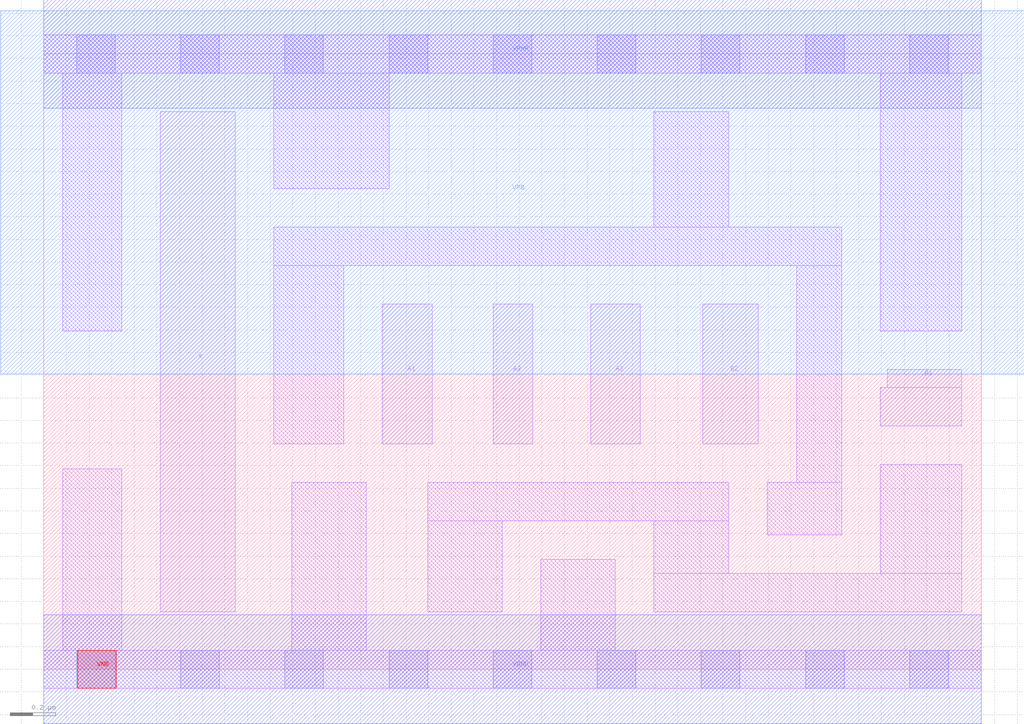
<source format=lef>
# Copyright 2020 The SkyWater PDK Authors
#
# Licensed under the Apache License, Version 2.0 (the "License");
# you may not use this file except in compliance with the License.
# You may obtain a copy of the License at
#
#     https://www.apache.org/licenses/LICENSE-2.0
#
# Unless required by applicable law or agreed to in writing, software
# distributed under the License is distributed on an "AS IS" BASIS,
# WITHOUT WARRANTIES OR CONDITIONS OF ANY KIND, either express or implied.
# See the License for the specific language governing permissions and
# limitations under the License.
#
# SPDX-License-Identifier: Apache-2.0

VERSION 5.7 ;
  NOWIREEXTENSIONATPIN ON ;
  DIVIDERCHAR "/" ;
  BUSBITCHARS "[]" ;
MACRO sky130_fd_sc_hd__o32a_2
  CLASS CORE ;
  FOREIGN sky130_fd_sc_hd__o32a_2 ;
  ORIGIN  0.000000  0.000000 ;
  SIZE  4.140000 BY  2.720000 ;
  SYMMETRY X Y R90 ;
  SITE unithd ;
  PIN A1
    ANTENNAGATEAREA  0.247500 ;
    DIRECTION INPUT ;
    USE SIGNAL ;
    PORT
      LAYER li1 ;
        RECT 1.495000 0.995000 1.715000 1.615000 ;
    END
  END A1
  PIN A2
    ANTENNAGATEAREA  0.247500 ;
    DIRECTION INPUT ;
    USE SIGNAL ;
    PORT
      LAYER li1 ;
        RECT 1.985000 0.995000 2.160000 1.615000 ;
    END
  END A2
  PIN A3
    ANTENNAGATEAREA  0.247500 ;
    DIRECTION INPUT ;
    USE SIGNAL ;
    PORT
      LAYER li1 ;
        RECT 2.415000 0.995000 2.635000 1.615000 ;
    END
  END A3
  PIN B1
    ANTENNAGATEAREA  0.247500 ;
    DIRECTION INPUT ;
    USE SIGNAL ;
    PORT
      LAYER li1 ;
        RECT 3.695000 1.075000 4.055000 1.245000 ;
        RECT 3.725000 1.245000 4.055000 1.325000 ;
    END
  END B1
  PIN B2
    ANTENNAGATEAREA  0.247500 ;
    DIRECTION INPUT ;
    USE SIGNAL ;
    PORT
      LAYER li1 ;
        RECT 2.910000 0.995000 3.155000 1.615000 ;
    END
  END B2
  PIN VNB
    PORT
      LAYER pwell ;
        RECT 0.150000 -0.085000 0.320000 0.085000 ;
    END
  END VNB
  PIN VPB
    PORT
      LAYER nwell ;
        RECT -0.190000 1.305000 4.330000 2.910000 ;
    END
  END VPB
  PIN X
    ANTENNADIFFAREA  0.445500 ;
    DIRECTION OUTPUT ;
    USE SIGNAL ;
    PORT
      LAYER li1 ;
        RECT 0.515000 0.255000 0.845000 2.465000 ;
    END
  END X
  PIN VGND
    DIRECTION INOUT ;
    SHAPE ABUTMENT ;
    USE GROUND ;
    PORT
      LAYER met1 ;
        RECT 0.000000 -0.240000 4.140000 0.240000 ;
    END
  END VGND
  PIN VPWR
    DIRECTION INOUT ;
    SHAPE ABUTMENT ;
    USE POWER ;
    PORT
      LAYER met1 ;
        RECT 0.000000 2.480000 4.140000 2.960000 ;
    END
  END VPWR
  OBS
    LAYER li1 ;
      RECT 0.000000 -0.085000 4.140000 0.085000 ;
      RECT 0.000000  2.635000 4.140000 2.805000 ;
      RECT 0.085000  0.085000 0.345000 0.885000 ;
      RECT 0.085000  1.495000 0.345000 2.635000 ;
      RECT 1.015000  0.995000 1.325000 1.785000 ;
      RECT 1.015000  1.785000 3.525000 1.955000 ;
      RECT 1.015000  2.125000 1.525000 2.635000 ;
      RECT 1.095000  0.085000 1.425000 0.825000 ;
      RECT 1.695000  0.255000 2.025000 0.655000 ;
      RECT 1.695000  0.655000 3.025000 0.825000 ;
      RECT 2.195000  0.085000 2.525000 0.485000 ;
      RECT 2.695000  0.255000 4.055000 0.425000 ;
      RECT 2.695000  0.425000 3.025000 0.655000 ;
      RECT 2.695000  1.955000 3.025000 2.465000 ;
      RECT 3.195000  0.595000 3.525000 0.825000 ;
      RECT 3.325000  0.825000 3.525000 1.785000 ;
      RECT 3.695000  0.425000 4.055000 0.905000 ;
      RECT 3.695000  1.495000 4.055000 2.635000 ;
    LAYER mcon ;
      RECT 0.145000 -0.085000 0.315000 0.085000 ;
      RECT 0.145000  2.635000 0.315000 2.805000 ;
      RECT 0.605000 -0.085000 0.775000 0.085000 ;
      RECT 0.605000  2.635000 0.775000 2.805000 ;
      RECT 1.065000 -0.085000 1.235000 0.085000 ;
      RECT 1.065000  2.635000 1.235000 2.805000 ;
      RECT 1.525000 -0.085000 1.695000 0.085000 ;
      RECT 1.525000  2.635000 1.695000 2.805000 ;
      RECT 1.985000 -0.085000 2.155000 0.085000 ;
      RECT 1.985000  2.635000 2.155000 2.805000 ;
      RECT 2.445000 -0.085000 2.615000 0.085000 ;
      RECT 2.445000  2.635000 2.615000 2.805000 ;
      RECT 2.905000 -0.085000 3.075000 0.085000 ;
      RECT 2.905000  2.635000 3.075000 2.805000 ;
      RECT 3.365000 -0.085000 3.535000 0.085000 ;
      RECT 3.365000  2.635000 3.535000 2.805000 ;
      RECT 3.825000 -0.085000 3.995000 0.085000 ;
      RECT 3.825000  2.635000 3.995000 2.805000 ;
  END
END sky130_fd_sc_hd__o32a_2
END LIBRARY

</source>
